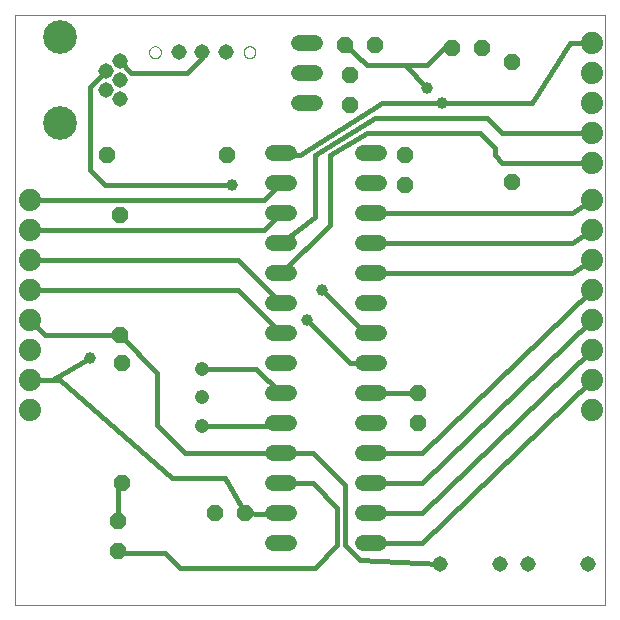
<source format=gtl>
G75*
%MOIN*%
%OFA0B0*%
%FSLAX25Y25*%
%IPPOS*%
%LPD*%
%AMOC8*
5,1,8,0,0,1.08239X$1,22.5*
%
%ADD10C,0.00000*%
%ADD11OC8,0.05200*%
%ADD12C,0.07400*%
%ADD13C,0.04756*%
%ADD14C,0.05200*%
%ADD15C,0.05150*%
%ADD16C,0.11220*%
%ADD17C,0.01600*%
%ADD18C,0.03962*%
D10*
X0001800Y0001800D02*
X0001800Y0198650D01*
X0198650Y0198650D01*
X0198650Y0001800D01*
X0001800Y0001800D01*
X0046583Y0186131D02*
X0046585Y0186219D01*
X0046591Y0186307D01*
X0046601Y0186395D01*
X0046615Y0186483D01*
X0046632Y0186569D01*
X0046654Y0186655D01*
X0046679Y0186739D01*
X0046709Y0186823D01*
X0046741Y0186905D01*
X0046778Y0186985D01*
X0046818Y0187064D01*
X0046862Y0187141D01*
X0046909Y0187216D01*
X0046959Y0187288D01*
X0047013Y0187359D01*
X0047069Y0187426D01*
X0047129Y0187492D01*
X0047191Y0187554D01*
X0047257Y0187614D01*
X0047324Y0187670D01*
X0047395Y0187724D01*
X0047467Y0187774D01*
X0047542Y0187821D01*
X0047619Y0187865D01*
X0047698Y0187905D01*
X0047778Y0187942D01*
X0047860Y0187974D01*
X0047944Y0188004D01*
X0048028Y0188029D01*
X0048114Y0188051D01*
X0048200Y0188068D01*
X0048288Y0188082D01*
X0048376Y0188092D01*
X0048464Y0188098D01*
X0048552Y0188100D01*
X0048640Y0188098D01*
X0048728Y0188092D01*
X0048816Y0188082D01*
X0048904Y0188068D01*
X0048990Y0188051D01*
X0049076Y0188029D01*
X0049160Y0188004D01*
X0049244Y0187974D01*
X0049326Y0187942D01*
X0049406Y0187905D01*
X0049485Y0187865D01*
X0049562Y0187821D01*
X0049637Y0187774D01*
X0049709Y0187724D01*
X0049780Y0187670D01*
X0049847Y0187614D01*
X0049913Y0187554D01*
X0049975Y0187492D01*
X0050035Y0187426D01*
X0050091Y0187359D01*
X0050145Y0187288D01*
X0050195Y0187216D01*
X0050242Y0187141D01*
X0050286Y0187064D01*
X0050326Y0186985D01*
X0050363Y0186905D01*
X0050395Y0186823D01*
X0050425Y0186739D01*
X0050450Y0186655D01*
X0050472Y0186569D01*
X0050489Y0186483D01*
X0050503Y0186395D01*
X0050513Y0186307D01*
X0050519Y0186219D01*
X0050521Y0186131D01*
X0050519Y0186043D01*
X0050513Y0185955D01*
X0050503Y0185867D01*
X0050489Y0185779D01*
X0050472Y0185693D01*
X0050450Y0185607D01*
X0050425Y0185523D01*
X0050395Y0185439D01*
X0050363Y0185357D01*
X0050326Y0185277D01*
X0050286Y0185198D01*
X0050242Y0185121D01*
X0050195Y0185046D01*
X0050145Y0184974D01*
X0050091Y0184903D01*
X0050035Y0184836D01*
X0049975Y0184770D01*
X0049913Y0184708D01*
X0049847Y0184648D01*
X0049780Y0184592D01*
X0049709Y0184538D01*
X0049637Y0184488D01*
X0049562Y0184441D01*
X0049485Y0184397D01*
X0049406Y0184357D01*
X0049326Y0184320D01*
X0049244Y0184288D01*
X0049160Y0184258D01*
X0049076Y0184233D01*
X0048990Y0184211D01*
X0048904Y0184194D01*
X0048816Y0184180D01*
X0048728Y0184170D01*
X0048640Y0184164D01*
X0048552Y0184162D01*
X0048464Y0184164D01*
X0048376Y0184170D01*
X0048288Y0184180D01*
X0048200Y0184194D01*
X0048114Y0184211D01*
X0048028Y0184233D01*
X0047944Y0184258D01*
X0047860Y0184288D01*
X0047778Y0184320D01*
X0047698Y0184357D01*
X0047619Y0184397D01*
X0047542Y0184441D01*
X0047467Y0184488D01*
X0047395Y0184538D01*
X0047324Y0184592D01*
X0047257Y0184648D01*
X0047191Y0184708D01*
X0047129Y0184770D01*
X0047069Y0184836D01*
X0047013Y0184903D01*
X0046959Y0184974D01*
X0046909Y0185046D01*
X0046862Y0185121D01*
X0046818Y0185198D01*
X0046778Y0185277D01*
X0046741Y0185357D01*
X0046709Y0185439D01*
X0046679Y0185523D01*
X0046654Y0185607D01*
X0046632Y0185693D01*
X0046615Y0185779D01*
X0046601Y0185867D01*
X0046591Y0185955D01*
X0046585Y0186043D01*
X0046583Y0186131D01*
X0078079Y0186131D02*
X0078081Y0186219D01*
X0078087Y0186307D01*
X0078097Y0186395D01*
X0078111Y0186483D01*
X0078128Y0186569D01*
X0078150Y0186655D01*
X0078175Y0186739D01*
X0078205Y0186823D01*
X0078237Y0186905D01*
X0078274Y0186985D01*
X0078314Y0187064D01*
X0078358Y0187141D01*
X0078405Y0187216D01*
X0078455Y0187288D01*
X0078509Y0187359D01*
X0078565Y0187426D01*
X0078625Y0187492D01*
X0078687Y0187554D01*
X0078753Y0187614D01*
X0078820Y0187670D01*
X0078891Y0187724D01*
X0078963Y0187774D01*
X0079038Y0187821D01*
X0079115Y0187865D01*
X0079194Y0187905D01*
X0079274Y0187942D01*
X0079356Y0187974D01*
X0079440Y0188004D01*
X0079524Y0188029D01*
X0079610Y0188051D01*
X0079696Y0188068D01*
X0079784Y0188082D01*
X0079872Y0188092D01*
X0079960Y0188098D01*
X0080048Y0188100D01*
X0080136Y0188098D01*
X0080224Y0188092D01*
X0080312Y0188082D01*
X0080400Y0188068D01*
X0080486Y0188051D01*
X0080572Y0188029D01*
X0080656Y0188004D01*
X0080740Y0187974D01*
X0080822Y0187942D01*
X0080902Y0187905D01*
X0080981Y0187865D01*
X0081058Y0187821D01*
X0081133Y0187774D01*
X0081205Y0187724D01*
X0081276Y0187670D01*
X0081343Y0187614D01*
X0081409Y0187554D01*
X0081471Y0187492D01*
X0081531Y0187426D01*
X0081587Y0187359D01*
X0081641Y0187288D01*
X0081691Y0187216D01*
X0081738Y0187141D01*
X0081782Y0187064D01*
X0081822Y0186985D01*
X0081859Y0186905D01*
X0081891Y0186823D01*
X0081921Y0186739D01*
X0081946Y0186655D01*
X0081968Y0186569D01*
X0081985Y0186483D01*
X0081999Y0186395D01*
X0082009Y0186307D01*
X0082015Y0186219D01*
X0082017Y0186131D01*
X0082015Y0186043D01*
X0082009Y0185955D01*
X0081999Y0185867D01*
X0081985Y0185779D01*
X0081968Y0185693D01*
X0081946Y0185607D01*
X0081921Y0185523D01*
X0081891Y0185439D01*
X0081859Y0185357D01*
X0081822Y0185277D01*
X0081782Y0185198D01*
X0081738Y0185121D01*
X0081691Y0185046D01*
X0081641Y0184974D01*
X0081587Y0184903D01*
X0081531Y0184836D01*
X0081471Y0184770D01*
X0081409Y0184708D01*
X0081343Y0184648D01*
X0081276Y0184592D01*
X0081205Y0184538D01*
X0081133Y0184488D01*
X0081058Y0184441D01*
X0080981Y0184397D01*
X0080902Y0184357D01*
X0080822Y0184320D01*
X0080740Y0184288D01*
X0080656Y0184258D01*
X0080572Y0184233D01*
X0080486Y0184211D01*
X0080400Y0184194D01*
X0080312Y0184180D01*
X0080224Y0184170D01*
X0080136Y0184164D01*
X0080048Y0184162D01*
X0079960Y0184164D01*
X0079872Y0184170D01*
X0079784Y0184180D01*
X0079696Y0184194D01*
X0079610Y0184211D01*
X0079524Y0184233D01*
X0079440Y0184258D01*
X0079356Y0184288D01*
X0079274Y0184320D01*
X0079194Y0184357D01*
X0079115Y0184397D01*
X0079038Y0184441D01*
X0078963Y0184488D01*
X0078891Y0184538D01*
X0078820Y0184592D01*
X0078753Y0184648D01*
X0078687Y0184708D01*
X0078625Y0184770D01*
X0078565Y0184836D01*
X0078509Y0184903D01*
X0078455Y0184974D01*
X0078405Y0185046D01*
X0078358Y0185121D01*
X0078314Y0185198D01*
X0078274Y0185277D01*
X0078237Y0185357D01*
X0078205Y0185439D01*
X0078175Y0185523D01*
X0078150Y0185607D01*
X0078128Y0185693D01*
X0078111Y0185779D01*
X0078097Y0185867D01*
X0078087Y0185955D01*
X0078081Y0186043D01*
X0078079Y0186131D01*
D11*
X0111800Y0188670D03*
X0121800Y0188670D03*
X0113670Y0178670D03*
X0113670Y0168670D03*
X0131800Y0151800D03*
X0131800Y0141800D03*
X0167430Y0143020D03*
X0167430Y0183020D03*
X0157450Y0187410D03*
X0147450Y0187410D03*
X0072450Y0151800D03*
X0036800Y0131800D03*
X0032450Y0151800D03*
X0036800Y0091800D03*
X0037410Y0082410D03*
X0037410Y0042410D03*
X0036111Y0029871D03*
X0036111Y0019871D03*
X0068670Y0032410D03*
X0078670Y0032410D03*
X0136170Y0062430D03*
X0136170Y0072430D03*
D12*
X0194300Y0076800D03*
X0194300Y0066800D03*
X0194300Y0086800D03*
X0194300Y0096800D03*
X0194300Y0106800D03*
X0194300Y0116800D03*
X0194300Y0126800D03*
X0194300Y0136800D03*
X0194300Y0149320D03*
X0194300Y0159320D03*
X0194300Y0169320D03*
X0194300Y0179320D03*
X0194300Y0189320D03*
X0006800Y0136800D03*
X0006800Y0126800D03*
X0006800Y0116800D03*
X0006800Y0106800D03*
X0006800Y0096800D03*
X0006800Y0086800D03*
X0006800Y0076800D03*
X0006800Y0066800D03*
D13*
X0064280Y0071044D03*
X0064280Y0061650D03*
X0064280Y0080650D03*
D14*
X0087940Y0082430D02*
X0093140Y0082430D01*
X0093140Y0092430D02*
X0087940Y0092430D01*
X0087940Y0102430D02*
X0093140Y0102430D01*
X0093140Y0112430D02*
X0087940Y0112430D01*
X0087940Y0122430D02*
X0093140Y0122430D01*
X0093140Y0132430D02*
X0087940Y0132430D01*
X0087940Y0142430D02*
X0093140Y0142430D01*
X0093140Y0152430D02*
X0087940Y0152430D01*
X0096700Y0169300D02*
X0101900Y0169300D01*
X0101900Y0179300D02*
X0096700Y0179300D01*
X0096700Y0189300D02*
X0101900Y0189300D01*
X0117940Y0152430D02*
X0123140Y0152430D01*
X0123140Y0142430D02*
X0117940Y0142430D01*
X0117940Y0132430D02*
X0123140Y0132430D01*
X0123140Y0122430D02*
X0117940Y0122430D01*
X0117940Y0112430D02*
X0123140Y0112430D01*
X0123140Y0102430D02*
X0117940Y0102430D01*
X0117940Y0092430D02*
X0123140Y0092430D01*
X0123140Y0082430D02*
X0117940Y0082430D01*
X0117940Y0072430D02*
X0123140Y0072430D01*
X0123140Y0062430D02*
X0117940Y0062430D01*
X0117940Y0052430D02*
X0123140Y0052430D01*
X0123140Y0042430D02*
X0117940Y0042430D01*
X0117940Y0032430D02*
X0123140Y0032430D01*
X0123140Y0022430D02*
X0117940Y0022430D01*
X0093140Y0022430D02*
X0087940Y0022430D01*
X0087940Y0032430D02*
X0093140Y0032430D01*
X0093140Y0042430D02*
X0087940Y0042430D01*
X0087940Y0052430D02*
X0093140Y0052430D01*
X0093140Y0062430D02*
X0087940Y0062430D01*
X0087940Y0072430D02*
X0093140Y0072430D01*
D15*
X0143670Y0015560D03*
X0163670Y0015560D03*
X0173020Y0015560D03*
X0193020Y0015560D03*
X0036879Y0170501D03*
X0032154Y0173650D03*
X0036879Y0176800D03*
X0032154Y0179950D03*
X0036879Y0183099D03*
X0056426Y0186131D03*
X0064300Y0186131D03*
X0072174Y0186131D03*
D16*
X0016800Y0191170D03*
X0016800Y0162430D03*
D17*
X0026800Y0174595D02*
X0026800Y0146800D01*
X0031800Y0141800D01*
X0074300Y0141800D01*
X0084910Y0136800D02*
X0090540Y0142430D01*
X0084910Y0136800D02*
X0006800Y0136800D01*
X0006800Y0126800D02*
X0084910Y0126800D01*
X0090540Y0132430D01*
X0090540Y0122430D02*
X0101800Y0131190D01*
X0101800Y0151800D01*
X0121800Y0164300D01*
X0159300Y0164300D01*
X0164280Y0159320D01*
X0194300Y0159320D01*
X0194300Y0149320D02*
X0164280Y0149320D01*
X0161800Y0151800D01*
X0161800Y0154300D01*
X0156800Y0159300D01*
X0119300Y0159300D01*
X0106800Y0151800D01*
X0106800Y0128690D01*
X0090540Y0112430D01*
X0090540Y0102430D02*
X0076170Y0116800D01*
X0006800Y0116800D01*
X0006800Y0106800D02*
X0076170Y0106800D01*
X0090540Y0092430D01*
X0099300Y0096800D02*
X0113670Y0082430D01*
X0120540Y0082430D01*
X0120540Y0092430D02*
X0118670Y0092430D01*
X0104300Y0106800D01*
X0120540Y0112430D02*
X0187430Y0112430D01*
X0194300Y0116800D01*
X0187430Y0122430D02*
X0194300Y0126800D01*
X0187430Y0122430D02*
X0120540Y0122430D01*
X0120540Y0132430D02*
X0187430Y0132430D01*
X0194300Y0136800D01*
X0194300Y0106800D02*
X0137430Y0052430D01*
X0120540Y0052430D01*
X0120540Y0042430D02*
X0137430Y0042430D01*
X0194300Y0096800D01*
X0194300Y0086800D02*
X0137430Y0032430D01*
X0120540Y0032430D01*
X0120540Y0022430D02*
X0137430Y0022430D01*
X0194300Y0076800D01*
X0136170Y0072430D02*
X0120540Y0072430D01*
X0101170Y0052430D02*
X0090540Y0052430D01*
X0058670Y0052430D01*
X0049300Y0061800D01*
X0049300Y0079300D01*
X0036800Y0091800D01*
X0011800Y0091800D01*
X0006800Y0096800D01*
X0006800Y0076800D02*
X0016800Y0076800D01*
X0054300Y0044300D01*
X0071800Y0044300D01*
X0078670Y0032410D01*
X0089910Y0031800D01*
X0090540Y0032430D01*
X0090540Y0042430D02*
X0101170Y0042430D01*
X0109300Y0034300D01*
X0109300Y0021800D01*
X0101800Y0014300D01*
X0056800Y0014300D01*
X0051800Y0019300D01*
X0036682Y0019300D01*
X0036111Y0019871D01*
X0036111Y0029871D02*
X0036111Y0041111D01*
X0037410Y0042410D01*
X0064280Y0061650D02*
X0089761Y0061650D01*
X0090540Y0062430D01*
X0090540Y0072430D02*
X0082320Y0080650D01*
X0064280Y0080650D01*
X0101170Y0052430D02*
X0111800Y0041800D01*
X0111800Y0021800D01*
X0116800Y0016800D01*
X0143670Y0015560D01*
X0026800Y0084300D02*
X0014300Y0076800D01*
X0006800Y0076800D01*
X0090540Y0152430D02*
X0091170Y0151800D01*
X0096800Y0151800D01*
X0124300Y0169300D01*
X0144300Y0169300D01*
X0174300Y0169300D01*
X0186820Y0189320D01*
X0194300Y0189320D01*
X0147450Y0187410D02*
X0144910Y0187410D01*
X0139300Y0181800D01*
X0131800Y0181800D01*
X0119300Y0181800D01*
X0111800Y0188670D01*
X0131800Y0181800D02*
X0139300Y0174300D01*
X0064300Y0184300D02*
X0064300Y0186131D01*
X0064300Y0184300D02*
X0059300Y0179300D01*
X0040678Y0179300D01*
X0036879Y0183099D01*
X0032154Y0179950D02*
X0026800Y0174595D01*
D18*
X0074300Y0141800D03*
X0104300Y0106800D03*
X0099300Y0096800D03*
X0026800Y0084300D03*
X0139300Y0174300D03*
X0144300Y0169300D03*
M02*

</source>
